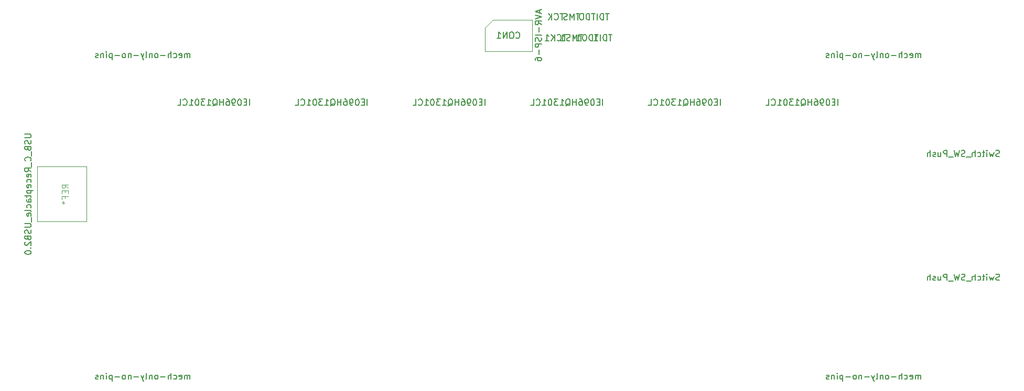
<source format=gbr>
G04 #@! TF.GenerationSoftware,KiCad,Pcbnew,5.1.7-a382d34a8~88~ubuntu20.04.1*
G04 #@! TF.CreationDate,2021-04-25T15:43:49-07:00*
G04 #@! TF.ProjectId,keypad-base,6b657970-6164-42d6-9261-73652e6b6963,Apr2021*
G04 #@! TF.SameCoordinates,Original*
G04 #@! TF.FileFunction,Other,Fab,Bot*
%FSLAX46Y46*%
G04 Gerber Fmt 4.6, Leading zero omitted, Abs format (unit mm)*
G04 Created by KiCad (PCBNEW 5.1.7-a382d34a8~88~ubuntu20.04.1) date 2021-04-25 15:43:49*
%MOMM*%
%LPD*%
G01*
G04 APERTURE LIST*
%ADD10C,0.120000*%
%ADD11C,0.100000*%
%ADD12C,0.150000*%
G04 APERTURE END LIST*
D10*
G04 #@! TO.C,J1*
X98425000Y-87370000D02*
X90475000Y-87370000D01*
X90475000Y-78430000D02*
X90475000Y-87370000D01*
X98425000Y-78430000D02*
X90475000Y-78430000D01*
X98425000Y-87370000D02*
X98425000Y-78430000D01*
D11*
G04 #@! TO.C,CON1*
X162730000Y-56000000D02*
X162730000Y-59810000D01*
X162730000Y-59810000D02*
X170350000Y-59810000D01*
X170350000Y-59810000D02*
X170350000Y-54730000D01*
X170350000Y-54730000D02*
X164000000Y-54730000D01*
X164000000Y-54730000D02*
X162730000Y-56000000D01*
G04 #@! TD*
G04 #@! TO.C,H5*
D12*
X115095238Y-112852380D02*
X115095238Y-112185714D01*
X115095238Y-112280952D02*
X115047619Y-112233333D01*
X114952380Y-112185714D01*
X114809523Y-112185714D01*
X114714285Y-112233333D01*
X114666666Y-112328571D01*
X114666666Y-112852380D01*
X114666666Y-112328571D02*
X114619047Y-112233333D01*
X114523809Y-112185714D01*
X114380952Y-112185714D01*
X114285714Y-112233333D01*
X114238095Y-112328571D01*
X114238095Y-112852380D01*
X113380952Y-112804761D02*
X113476190Y-112852380D01*
X113666666Y-112852380D01*
X113761904Y-112804761D01*
X113809523Y-112709523D01*
X113809523Y-112328571D01*
X113761904Y-112233333D01*
X113666666Y-112185714D01*
X113476190Y-112185714D01*
X113380952Y-112233333D01*
X113333333Y-112328571D01*
X113333333Y-112423809D01*
X113809523Y-112519047D01*
X112476190Y-112804761D02*
X112571428Y-112852380D01*
X112761904Y-112852380D01*
X112857142Y-112804761D01*
X112904761Y-112757142D01*
X112952380Y-112661904D01*
X112952380Y-112376190D01*
X112904761Y-112280952D01*
X112857142Y-112233333D01*
X112761904Y-112185714D01*
X112571428Y-112185714D01*
X112476190Y-112233333D01*
X112047619Y-112852380D02*
X112047619Y-111852380D01*
X111619047Y-112852380D02*
X111619047Y-112328571D01*
X111666666Y-112233333D01*
X111761904Y-112185714D01*
X111904761Y-112185714D01*
X112000000Y-112233333D01*
X112047619Y-112280952D01*
X111142857Y-112471428D02*
X110380952Y-112471428D01*
X109761904Y-112852380D02*
X109857142Y-112804761D01*
X109904761Y-112757142D01*
X109952380Y-112661904D01*
X109952380Y-112376190D01*
X109904761Y-112280952D01*
X109857142Y-112233333D01*
X109761904Y-112185714D01*
X109619047Y-112185714D01*
X109523809Y-112233333D01*
X109476190Y-112280952D01*
X109428571Y-112376190D01*
X109428571Y-112661904D01*
X109476190Y-112757142D01*
X109523809Y-112804761D01*
X109619047Y-112852380D01*
X109761904Y-112852380D01*
X109000000Y-112185714D02*
X109000000Y-112852380D01*
X109000000Y-112280952D02*
X108952380Y-112233333D01*
X108857142Y-112185714D01*
X108714285Y-112185714D01*
X108619047Y-112233333D01*
X108571428Y-112328571D01*
X108571428Y-112852380D01*
X107952380Y-112852380D02*
X108047619Y-112804761D01*
X108095238Y-112709523D01*
X108095238Y-111852380D01*
X107666666Y-112185714D02*
X107428571Y-112852380D01*
X107190476Y-112185714D02*
X107428571Y-112852380D01*
X107523809Y-113090476D01*
X107571428Y-113138095D01*
X107666666Y-113185714D01*
X106809523Y-112471428D02*
X106047619Y-112471428D01*
X105571428Y-112185714D02*
X105571428Y-112852380D01*
X105571428Y-112280952D02*
X105523809Y-112233333D01*
X105428571Y-112185714D01*
X105285714Y-112185714D01*
X105190476Y-112233333D01*
X105142857Y-112328571D01*
X105142857Y-112852380D01*
X104523809Y-112852380D02*
X104619047Y-112804761D01*
X104666666Y-112757142D01*
X104714285Y-112661904D01*
X104714285Y-112376190D01*
X104666666Y-112280952D01*
X104619047Y-112233333D01*
X104523809Y-112185714D01*
X104380952Y-112185714D01*
X104285714Y-112233333D01*
X104238095Y-112280952D01*
X104190476Y-112376190D01*
X104190476Y-112661904D01*
X104238095Y-112757142D01*
X104285714Y-112804761D01*
X104380952Y-112852380D01*
X104523809Y-112852380D01*
X103761904Y-112471428D02*
X103000000Y-112471428D01*
X102523809Y-112185714D02*
X102523809Y-113185714D01*
X102523809Y-112233333D02*
X102428571Y-112185714D01*
X102238095Y-112185714D01*
X102142857Y-112233333D01*
X102095238Y-112280952D01*
X102047619Y-112376190D01*
X102047619Y-112661904D01*
X102095238Y-112757142D01*
X102142857Y-112804761D01*
X102238095Y-112852380D01*
X102428571Y-112852380D01*
X102523809Y-112804761D01*
X101619047Y-112852380D02*
X101619047Y-112185714D01*
X101619047Y-111852380D02*
X101666666Y-111900000D01*
X101619047Y-111947619D01*
X101571428Y-111900000D01*
X101619047Y-111852380D01*
X101619047Y-111947619D01*
X101142857Y-112185714D02*
X101142857Y-112852380D01*
X101142857Y-112280952D02*
X101095238Y-112233333D01*
X101000000Y-112185714D01*
X100857142Y-112185714D01*
X100761904Y-112233333D01*
X100714285Y-112328571D01*
X100714285Y-112852380D01*
X100285714Y-112804761D02*
X100190476Y-112852380D01*
X100000000Y-112852380D01*
X99904761Y-112804761D01*
X99857142Y-112709523D01*
X99857142Y-112661904D01*
X99904761Y-112566666D01*
X100000000Y-112519047D01*
X100142857Y-112519047D01*
X100238095Y-112471428D01*
X100285714Y-112376190D01*
X100285714Y-112328571D01*
X100238095Y-112233333D01*
X100142857Y-112185714D01*
X100000000Y-112185714D01*
X99904761Y-112233333D01*
G04 #@! TO.C,H4*
X115095238Y-60852380D02*
X115095238Y-60185714D01*
X115095238Y-60280952D02*
X115047619Y-60233333D01*
X114952380Y-60185714D01*
X114809523Y-60185714D01*
X114714285Y-60233333D01*
X114666666Y-60328571D01*
X114666666Y-60852380D01*
X114666666Y-60328571D02*
X114619047Y-60233333D01*
X114523809Y-60185714D01*
X114380952Y-60185714D01*
X114285714Y-60233333D01*
X114238095Y-60328571D01*
X114238095Y-60852380D01*
X113380952Y-60804761D02*
X113476190Y-60852380D01*
X113666666Y-60852380D01*
X113761904Y-60804761D01*
X113809523Y-60709523D01*
X113809523Y-60328571D01*
X113761904Y-60233333D01*
X113666666Y-60185714D01*
X113476190Y-60185714D01*
X113380952Y-60233333D01*
X113333333Y-60328571D01*
X113333333Y-60423809D01*
X113809523Y-60519047D01*
X112476190Y-60804761D02*
X112571428Y-60852380D01*
X112761904Y-60852380D01*
X112857142Y-60804761D01*
X112904761Y-60757142D01*
X112952380Y-60661904D01*
X112952380Y-60376190D01*
X112904761Y-60280952D01*
X112857142Y-60233333D01*
X112761904Y-60185714D01*
X112571428Y-60185714D01*
X112476190Y-60233333D01*
X112047619Y-60852380D02*
X112047619Y-59852380D01*
X111619047Y-60852380D02*
X111619047Y-60328571D01*
X111666666Y-60233333D01*
X111761904Y-60185714D01*
X111904761Y-60185714D01*
X112000000Y-60233333D01*
X112047619Y-60280952D01*
X111142857Y-60471428D02*
X110380952Y-60471428D01*
X109761904Y-60852380D02*
X109857142Y-60804761D01*
X109904761Y-60757142D01*
X109952380Y-60661904D01*
X109952380Y-60376190D01*
X109904761Y-60280952D01*
X109857142Y-60233333D01*
X109761904Y-60185714D01*
X109619047Y-60185714D01*
X109523809Y-60233333D01*
X109476190Y-60280952D01*
X109428571Y-60376190D01*
X109428571Y-60661904D01*
X109476190Y-60757142D01*
X109523809Y-60804761D01*
X109619047Y-60852380D01*
X109761904Y-60852380D01*
X109000000Y-60185714D02*
X109000000Y-60852380D01*
X109000000Y-60280952D02*
X108952380Y-60233333D01*
X108857142Y-60185714D01*
X108714285Y-60185714D01*
X108619047Y-60233333D01*
X108571428Y-60328571D01*
X108571428Y-60852380D01*
X107952380Y-60852380D02*
X108047619Y-60804761D01*
X108095238Y-60709523D01*
X108095238Y-59852380D01*
X107666666Y-60185714D02*
X107428571Y-60852380D01*
X107190476Y-60185714D02*
X107428571Y-60852380D01*
X107523809Y-61090476D01*
X107571428Y-61138095D01*
X107666666Y-61185714D01*
X106809523Y-60471428D02*
X106047619Y-60471428D01*
X105571428Y-60185714D02*
X105571428Y-60852380D01*
X105571428Y-60280952D02*
X105523809Y-60233333D01*
X105428571Y-60185714D01*
X105285714Y-60185714D01*
X105190476Y-60233333D01*
X105142857Y-60328571D01*
X105142857Y-60852380D01*
X104523809Y-60852380D02*
X104619047Y-60804761D01*
X104666666Y-60757142D01*
X104714285Y-60661904D01*
X104714285Y-60376190D01*
X104666666Y-60280952D01*
X104619047Y-60233333D01*
X104523809Y-60185714D01*
X104380952Y-60185714D01*
X104285714Y-60233333D01*
X104238095Y-60280952D01*
X104190476Y-60376190D01*
X104190476Y-60661904D01*
X104238095Y-60757142D01*
X104285714Y-60804761D01*
X104380952Y-60852380D01*
X104523809Y-60852380D01*
X103761904Y-60471428D02*
X103000000Y-60471428D01*
X102523809Y-60185714D02*
X102523809Y-61185714D01*
X102523809Y-60233333D02*
X102428571Y-60185714D01*
X102238095Y-60185714D01*
X102142857Y-60233333D01*
X102095238Y-60280952D01*
X102047619Y-60376190D01*
X102047619Y-60661904D01*
X102095238Y-60757142D01*
X102142857Y-60804761D01*
X102238095Y-60852380D01*
X102428571Y-60852380D01*
X102523809Y-60804761D01*
X101619047Y-60852380D02*
X101619047Y-60185714D01*
X101619047Y-59852380D02*
X101666666Y-59900000D01*
X101619047Y-59947619D01*
X101571428Y-59900000D01*
X101619047Y-59852380D01*
X101619047Y-59947619D01*
X101142857Y-60185714D02*
X101142857Y-60852380D01*
X101142857Y-60280952D02*
X101095238Y-60233333D01*
X101000000Y-60185714D01*
X100857142Y-60185714D01*
X100761904Y-60233333D01*
X100714285Y-60328571D01*
X100714285Y-60852380D01*
X100285714Y-60804761D02*
X100190476Y-60852380D01*
X100000000Y-60852380D01*
X99904761Y-60804761D01*
X99857142Y-60709523D01*
X99857142Y-60661904D01*
X99904761Y-60566666D01*
X100000000Y-60519047D01*
X100142857Y-60519047D01*
X100238095Y-60471428D01*
X100285714Y-60376190D01*
X100285714Y-60328571D01*
X100238095Y-60233333D01*
X100142857Y-60185714D01*
X100000000Y-60185714D01*
X99904761Y-60233333D01*
G04 #@! TO.C,H3*
X233095238Y-60852380D02*
X233095238Y-60185714D01*
X233095238Y-60280952D02*
X233047619Y-60233333D01*
X232952380Y-60185714D01*
X232809523Y-60185714D01*
X232714285Y-60233333D01*
X232666666Y-60328571D01*
X232666666Y-60852380D01*
X232666666Y-60328571D02*
X232619047Y-60233333D01*
X232523809Y-60185714D01*
X232380952Y-60185714D01*
X232285714Y-60233333D01*
X232238095Y-60328571D01*
X232238095Y-60852380D01*
X231380952Y-60804761D02*
X231476190Y-60852380D01*
X231666666Y-60852380D01*
X231761904Y-60804761D01*
X231809523Y-60709523D01*
X231809523Y-60328571D01*
X231761904Y-60233333D01*
X231666666Y-60185714D01*
X231476190Y-60185714D01*
X231380952Y-60233333D01*
X231333333Y-60328571D01*
X231333333Y-60423809D01*
X231809523Y-60519047D01*
X230476190Y-60804761D02*
X230571428Y-60852380D01*
X230761904Y-60852380D01*
X230857142Y-60804761D01*
X230904761Y-60757142D01*
X230952380Y-60661904D01*
X230952380Y-60376190D01*
X230904761Y-60280952D01*
X230857142Y-60233333D01*
X230761904Y-60185714D01*
X230571428Y-60185714D01*
X230476190Y-60233333D01*
X230047619Y-60852380D02*
X230047619Y-59852380D01*
X229619047Y-60852380D02*
X229619047Y-60328571D01*
X229666666Y-60233333D01*
X229761904Y-60185714D01*
X229904761Y-60185714D01*
X230000000Y-60233333D01*
X230047619Y-60280952D01*
X229142857Y-60471428D02*
X228380952Y-60471428D01*
X227761904Y-60852380D02*
X227857142Y-60804761D01*
X227904761Y-60757142D01*
X227952380Y-60661904D01*
X227952380Y-60376190D01*
X227904761Y-60280952D01*
X227857142Y-60233333D01*
X227761904Y-60185714D01*
X227619047Y-60185714D01*
X227523809Y-60233333D01*
X227476190Y-60280952D01*
X227428571Y-60376190D01*
X227428571Y-60661904D01*
X227476190Y-60757142D01*
X227523809Y-60804761D01*
X227619047Y-60852380D01*
X227761904Y-60852380D01*
X227000000Y-60185714D02*
X227000000Y-60852380D01*
X227000000Y-60280952D02*
X226952380Y-60233333D01*
X226857142Y-60185714D01*
X226714285Y-60185714D01*
X226619047Y-60233333D01*
X226571428Y-60328571D01*
X226571428Y-60852380D01*
X225952380Y-60852380D02*
X226047619Y-60804761D01*
X226095238Y-60709523D01*
X226095238Y-59852380D01*
X225666666Y-60185714D02*
X225428571Y-60852380D01*
X225190476Y-60185714D02*
X225428571Y-60852380D01*
X225523809Y-61090476D01*
X225571428Y-61138095D01*
X225666666Y-61185714D01*
X224809523Y-60471428D02*
X224047619Y-60471428D01*
X223571428Y-60185714D02*
X223571428Y-60852380D01*
X223571428Y-60280952D02*
X223523809Y-60233333D01*
X223428571Y-60185714D01*
X223285714Y-60185714D01*
X223190476Y-60233333D01*
X223142857Y-60328571D01*
X223142857Y-60852380D01*
X222523809Y-60852380D02*
X222619047Y-60804761D01*
X222666666Y-60757142D01*
X222714285Y-60661904D01*
X222714285Y-60376190D01*
X222666666Y-60280952D01*
X222619047Y-60233333D01*
X222523809Y-60185714D01*
X222380952Y-60185714D01*
X222285714Y-60233333D01*
X222238095Y-60280952D01*
X222190476Y-60376190D01*
X222190476Y-60661904D01*
X222238095Y-60757142D01*
X222285714Y-60804761D01*
X222380952Y-60852380D01*
X222523809Y-60852380D01*
X221761904Y-60471428D02*
X221000000Y-60471428D01*
X220523809Y-60185714D02*
X220523809Y-61185714D01*
X220523809Y-60233333D02*
X220428571Y-60185714D01*
X220238095Y-60185714D01*
X220142857Y-60233333D01*
X220095238Y-60280952D01*
X220047619Y-60376190D01*
X220047619Y-60661904D01*
X220095238Y-60757142D01*
X220142857Y-60804761D01*
X220238095Y-60852380D01*
X220428571Y-60852380D01*
X220523809Y-60804761D01*
X219619047Y-60852380D02*
X219619047Y-60185714D01*
X219619047Y-59852380D02*
X219666666Y-59900000D01*
X219619047Y-59947619D01*
X219571428Y-59900000D01*
X219619047Y-59852380D01*
X219619047Y-59947619D01*
X219142857Y-60185714D02*
X219142857Y-60852380D01*
X219142857Y-60280952D02*
X219095238Y-60233333D01*
X219000000Y-60185714D01*
X218857142Y-60185714D01*
X218761904Y-60233333D01*
X218714285Y-60328571D01*
X218714285Y-60852380D01*
X218285714Y-60804761D02*
X218190476Y-60852380D01*
X218000000Y-60852380D01*
X217904761Y-60804761D01*
X217857142Y-60709523D01*
X217857142Y-60661904D01*
X217904761Y-60566666D01*
X218000000Y-60519047D01*
X218142857Y-60519047D01*
X218238095Y-60471428D01*
X218285714Y-60376190D01*
X218285714Y-60328571D01*
X218238095Y-60233333D01*
X218142857Y-60185714D01*
X218000000Y-60185714D01*
X217904761Y-60233333D01*
G04 #@! TO.C,H2*
X233095238Y-112852380D02*
X233095238Y-112185714D01*
X233095238Y-112280952D02*
X233047619Y-112233333D01*
X232952380Y-112185714D01*
X232809523Y-112185714D01*
X232714285Y-112233333D01*
X232666666Y-112328571D01*
X232666666Y-112852380D01*
X232666666Y-112328571D02*
X232619047Y-112233333D01*
X232523809Y-112185714D01*
X232380952Y-112185714D01*
X232285714Y-112233333D01*
X232238095Y-112328571D01*
X232238095Y-112852380D01*
X231380952Y-112804761D02*
X231476190Y-112852380D01*
X231666666Y-112852380D01*
X231761904Y-112804761D01*
X231809523Y-112709523D01*
X231809523Y-112328571D01*
X231761904Y-112233333D01*
X231666666Y-112185714D01*
X231476190Y-112185714D01*
X231380952Y-112233333D01*
X231333333Y-112328571D01*
X231333333Y-112423809D01*
X231809523Y-112519047D01*
X230476190Y-112804761D02*
X230571428Y-112852380D01*
X230761904Y-112852380D01*
X230857142Y-112804761D01*
X230904761Y-112757142D01*
X230952380Y-112661904D01*
X230952380Y-112376190D01*
X230904761Y-112280952D01*
X230857142Y-112233333D01*
X230761904Y-112185714D01*
X230571428Y-112185714D01*
X230476190Y-112233333D01*
X230047619Y-112852380D02*
X230047619Y-111852380D01*
X229619047Y-112852380D02*
X229619047Y-112328571D01*
X229666666Y-112233333D01*
X229761904Y-112185714D01*
X229904761Y-112185714D01*
X230000000Y-112233333D01*
X230047619Y-112280952D01*
X229142857Y-112471428D02*
X228380952Y-112471428D01*
X227761904Y-112852380D02*
X227857142Y-112804761D01*
X227904761Y-112757142D01*
X227952380Y-112661904D01*
X227952380Y-112376190D01*
X227904761Y-112280952D01*
X227857142Y-112233333D01*
X227761904Y-112185714D01*
X227619047Y-112185714D01*
X227523809Y-112233333D01*
X227476190Y-112280952D01*
X227428571Y-112376190D01*
X227428571Y-112661904D01*
X227476190Y-112757142D01*
X227523809Y-112804761D01*
X227619047Y-112852380D01*
X227761904Y-112852380D01*
X227000000Y-112185714D02*
X227000000Y-112852380D01*
X227000000Y-112280952D02*
X226952380Y-112233333D01*
X226857142Y-112185714D01*
X226714285Y-112185714D01*
X226619047Y-112233333D01*
X226571428Y-112328571D01*
X226571428Y-112852380D01*
X225952380Y-112852380D02*
X226047619Y-112804761D01*
X226095238Y-112709523D01*
X226095238Y-111852380D01*
X225666666Y-112185714D02*
X225428571Y-112852380D01*
X225190476Y-112185714D02*
X225428571Y-112852380D01*
X225523809Y-113090476D01*
X225571428Y-113138095D01*
X225666666Y-113185714D01*
X224809523Y-112471428D02*
X224047619Y-112471428D01*
X223571428Y-112185714D02*
X223571428Y-112852380D01*
X223571428Y-112280952D02*
X223523809Y-112233333D01*
X223428571Y-112185714D01*
X223285714Y-112185714D01*
X223190476Y-112233333D01*
X223142857Y-112328571D01*
X223142857Y-112852380D01*
X222523809Y-112852380D02*
X222619047Y-112804761D01*
X222666666Y-112757142D01*
X222714285Y-112661904D01*
X222714285Y-112376190D01*
X222666666Y-112280952D01*
X222619047Y-112233333D01*
X222523809Y-112185714D01*
X222380952Y-112185714D01*
X222285714Y-112233333D01*
X222238095Y-112280952D01*
X222190476Y-112376190D01*
X222190476Y-112661904D01*
X222238095Y-112757142D01*
X222285714Y-112804761D01*
X222380952Y-112852380D01*
X222523809Y-112852380D01*
X221761904Y-112471428D02*
X221000000Y-112471428D01*
X220523809Y-112185714D02*
X220523809Y-113185714D01*
X220523809Y-112233333D02*
X220428571Y-112185714D01*
X220238095Y-112185714D01*
X220142857Y-112233333D01*
X220095238Y-112280952D01*
X220047619Y-112376190D01*
X220047619Y-112661904D01*
X220095238Y-112757142D01*
X220142857Y-112804761D01*
X220238095Y-112852380D01*
X220428571Y-112852380D01*
X220523809Y-112804761D01*
X219619047Y-112852380D02*
X219619047Y-112185714D01*
X219619047Y-111852380D02*
X219666666Y-111900000D01*
X219619047Y-111947619D01*
X219571428Y-111900000D01*
X219619047Y-111852380D01*
X219619047Y-111947619D01*
X219142857Y-112185714D02*
X219142857Y-112852380D01*
X219142857Y-112280952D02*
X219095238Y-112233333D01*
X219000000Y-112185714D01*
X218857142Y-112185714D01*
X218761904Y-112233333D01*
X218714285Y-112328571D01*
X218714285Y-112852380D01*
X218285714Y-112804761D02*
X218190476Y-112852380D01*
X218000000Y-112852380D01*
X217904761Y-112804761D01*
X217857142Y-112709523D01*
X217857142Y-112661904D01*
X217904761Y-112566666D01*
X218000000Y-112519047D01*
X218142857Y-112519047D01*
X218238095Y-112471428D01*
X218285714Y-112376190D01*
X218285714Y-112328571D01*
X218238095Y-112233333D01*
X218142857Y-112185714D01*
X218000000Y-112185714D01*
X217904761Y-112233333D01*
G04 #@! TO.C,SW8*
X245833333Y-96804761D02*
X245690476Y-96852380D01*
X245452380Y-96852380D01*
X245357142Y-96804761D01*
X245309523Y-96757142D01*
X245261904Y-96661904D01*
X245261904Y-96566666D01*
X245309523Y-96471428D01*
X245357142Y-96423809D01*
X245452380Y-96376190D01*
X245642857Y-96328571D01*
X245738095Y-96280952D01*
X245785714Y-96233333D01*
X245833333Y-96138095D01*
X245833333Y-96042857D01*
X245785714Y-95947619D01*
X245738095Y-95900000D01*
X245642857Y-95852380D01*
X245404761Y-95852380D01*
X245261904Y-95900000D01*
X244928571Y-96185714D02*
X244738095Y-96852380D01*
X244547619Y-96376190D01*
X244357142Y-96852380D01*
X244166666Y-96185714D01*
X243785714Y-96852380D02*
X243785714Y-96185714D01*
X243785714Y-95852380D02*
X243833333Y-95900000D01*
X243785714Y-95947619D01*
X243738095Y-95900000D01*
X243785714Y-95852380D01*
X243785714Y-95947619D01*
X243452380Y-96185714D02*
X243071428Y-96185714D01*
X243309523Y-95852380D02*
X243309523Y-96709523D01*
X243261904Y-96804761D01*
X243166666Y-96852380D01*
X243071428Y-96852380D01*
X242309523Y-96804761D02*
X242404761Y-96852380D01*
X242595238Y-96852380D01*
X242690476Y-96804761D01*
X242738095Y-96757142D01*
X242785714Y-96661904D01*
X242785714Y-96376190D01*
X242738095Y-96280952D01*
X242690476Y-96233333D01*
X242595238Y-96185714D01*
X242404761Y-96185714D01*
X242309523Y-96233333D01*
X241880952Y-96852380D02*
X241880952Y-95852380D01*
X241452380Y-96852380D02*
X241452380Y-96328571D01*
X241500000Y-96233333D01*
X241595238Y-96185714D01*
X241738095Y-96185714D01*
X241833333Y-96233333D01*
X241880952Y-96280952D01*
X241214285Y-96947619D02*
X240452380Y-96947619D01*
X240261904Y-96804761D02*
X240119047Y-96852380D01*
X239880952Y-96852380D01*
X239785714Y-96804761D01*
X239738095Y-96757142D01*
X239690476Y-96661904D01*
X239690476Y-96566666D01*
X239738095Y-96471428D01*
X239785714Y-96423809D01*
X239880952Y-96376190D01*
X240071428Y-96328571D01*
X240166666Y-96280952D01*
X240214285Y-96233333D01*
X240261904Y-96138095D01*
X240261904Y-96042857D01*
X240214285Y-95947619D01*
X240166666Y-95900000D01*
X240071428Y-95852380D01*
X239833333Y-95852380D01*
X239690476Y-95900000D01*
X239357142Y-95852380D02*
X239119047Y-96852380D01*
X238928571Y-96138095D01*
X238738095Y-96852380D01*
X238500000Y-95852380D01*
X238357142Y-96947619D02*
X237595238Y-96947619D01*
X237357142Y-96852380D02*
X237357142Y-95852380D01*
X236976190Y-95852380D01*
X236880952Y-95900000D01*
X236833333Y-95947619D01*
X236785714Y-96042857D01*
X236785714Y-96185714D01*
X236833333Y-96280952D01*
X236880952Y-96328571D01*
X236976190Y-96376190D01*
X237357142Y-96376190D01*
X235928571Y-96185714D02*
X235928571Y-96852380D01*
X236357142Y-96185714D02*
X236357142Y-96709523D01*
X236309523Y-96804761D01*
X236214285Y-96852380D01*
X236071428Y-96852380D01*
X235976190Y-96804761D01*
X235928571Y-96757142D01*
X235500000Y-96804761D02*
X235404761Y-96852380D01*
X235214285Y-96852380D01*
X235119047Y-96804761D01*
X235071428Y-96709523D01*
X235071428Y-96661904D01*
X235119047Y-96566666D01*
X235214285Y-96519047D01*
X235357142Y-96519047D01*
X235452380Y-96471428D01*
X235500000Y-96376190D01*
X235500000Y-96328571D01*
X235452380Y-96233333D01*
X235357142Y-96185714D01*
X235214285Y-96185714D01*
X235119047Y-96233333D01*
X234642857Y-96852380D02*
X234642857Y-95852380D01*
X234214285Y-96852380D02*
X234214285Y-96328571D01*
X234261904Y-96233333D01*
X234357142Y-96185714D01*
X234500000Y-96185714D01*
X234595238Y-96233333D01*
X234642857Y-96280952D01*
G04 #@! TO.C,SW1*
X245833333Y-76804761D02*
X245690476Y-76852380D01*
X245452380Y-76852380D01*
X245357142Y-76804761D01*
X245309523Y-76757142D01*
X245261904Y-76661904D01*
X245261904Y-76566666D01*
X245309523Y-76471428D01*
X245357142Y-76423809D01*
X245452380Y-76376190D01*
X245642857Y-76328571D01*
X245738095Y-76280952D01*
X245785714Y-76233333D01*
X245833333Y-76138095D01*
X245833333Y-76042857D01*
X245785714Y-75947619D01*
X245738095Y-75900000D01*
X245642857Y-75852380D01*
X245404761Y-75852380D01*
X245261904Y-75900000D01*
X244928571Y-76185714D02*
X244738095Y-76852380D01*
X244547619Y-76376190D01*
X244357142Y-76852380D01*
X244166666Y-76185714D01*
X243785714Y-76852380D02*
X243785714Y-76185714D01*
X243785714Y-75852380D02*
X243833333Y-75900000D01*
X243785714Y-75947619D01*
X243738095Y-75900000D01*
X243785714Y-75852380D01*
X243785714Y-75947619D01*
X243452380Y-76185714D02*
X243071428Y-76185714D01*
X243309523Y-75852380D02*
X243309523Y-76709523D01*
X243261904Y-76804761D01*
X243166666Y-76852380D01*
X243071428Y-76852380D01*
X242309523Y-76804761D02*
X242404761Y-76852380D01*
X242595238Y-76852380D01*
X242690476Y-76804761D01*
X242738095Y-76757142D01*
X242785714Y-76661904D01*
X242785714Y-76376190D01*
X242738095Y-76280952D01*
X242690476Y-76233333D01*
X242595238Y-76185714D01*
X242404761Y-76185714D01*
X242309523Y-76233333D01*
X241880952Y-76852380D02*
X241880952Y-75852380D01*
X241452380Y-76852380D02*
X241452380Y-76328571D01*
X241500000Y-76233333D01*
X241595238Y-76185714D01*
X241738095Y-76185714D01*
X241833333Y-76233333D01*
X241880952Y-76280952D01*
X241214285Y-76947619D02*
X240452380Y-76947619D01*
X240261904Y-76804761D02*
X240119047Y-76852380D01*
X239880952Y-76852380D01*
X239785714Y-76804761D01*
X239738095Y-76757142D01*
X239690476Y-76661904D01*
X239690476Y-76566666D01*
X239738095Y-76471428D01*
X239785714Y-76423809D01*
X239880952Y-76376190D01*
X240071428Y-76328571D01*
X240166666Y-76280952D01*
X240214285Y-76233333D01*
X240261904Y-76138095D01*
X240261904Y-76042857D01*
X240214285Y-75947619D01*
X240166666Y-75900000D01*
X240071428Y-75852380D01*
X239833333Y-75852380D01*
X239690476Y-75900000D01*
X239357142Y-75852380D02*
X239119047Y-76852380D01*
X238928571Y-76138095D01*
X238738095Y-76852380D01*
X238500000Y-75852380D01*
X238357142Y-76947619D02*
X237595238Y-76947619D01*
X237357142Y-76852380D02*
X237357142Y-75852380D01*
X236976190Y-75852380D01*
X236880952Y-75900000D01*
X236833333Y-75947619D01*
X236785714Y-76042857D01*
X236785714Y-76185714D01*
X236833333Y-76280952D01*
X236880952Y-76328571D01*
X236976190Y-76376190D01*
X237357142Y-76376190D01*
X235928571Y-76185714D02*
X235928571Y-76852380D01*
X236357142Y-76185714D02*
X236357142Y-76709523D01*
X236309523Y-76804761D01*
X236214285Y-76852380D01*
X236071428Y-76852380D01*
X235976190Y-76804761D01*
X235928571Y-76757142D01*
X235500000Y-76804761D02*
X235404761Y-76852380D01*
X235214285Y-76852380D01*
X235119047Y-76804761D01*
X235071428Y-76709523D01*
X235071428Y-76661904D01*
X235119047Y-76566666D01*
X235214285Y-76519047D01*
X235357142Y-76519047D01*
X235452380Y-76471428D01*
X235500000Y-76376190D01*
X235500000Y-76328571D01*
X235452380Y-76233333D01*
X235357142Y-76185714D01*
X235214285Y-76185714D01*
X235119047Y-76233333D01*
X234642857Y-76852380D02*
X234642857Y-75852380D01*
X234214285Y-76852380D02*
X234214285Y-76328571D01*
X234261904Y-76233333D01*
X234357142Y-76185714D01*
X234500000Y-76185714D01*
X234595238Y-76233333D01*
X234642857Y-76280952D01*
G04 #@! TO.C,J1*
X88452380Y-73209523D02*
X89261904Y-73209523D01*
X89357142Y-73257142D01*
X89404761Y-73304761D01*
X89452380Y-73400000D01*
X89452380Y-73590476D01*
X89404761Y-73685714D01*
X89357142Y-73733333D01*
X89261904Y-73780952D01*
X88452380Y-73780952D01*
X89404761Y-74209523D02*
X89452380Y-74352380D01*
X89452380Y-74590476D01*
X89404761Y-74685714D01*
X89357142Y-74733333D01*
X89261904Y-74780952D01*
X89166666Y-74780952D01*
X89071428Y-74733333D01*
X89023809Y-74685714D01*
X88976190Y-74590476D01*
X88928571Y-74400000D01*
X88880952Y-74304761D01*
X88833333Y-74257142D01*
X88738095Y-74209523D01*
X88642857Y-74209523D01*
X88547619Y-74257142D01*
X88500000Y-74304761D01*
X88452380Y-74400000D01*
X88452380Y-74638095D01*
X88500000Y-74780952D01*
X88928571Y-75542857D02*
X88976190Y-75685714D01*
X89023809Y-75733333D01*
X89119047Y-75780952D01*
X89261904Y-75780952D01*
X89357142Y-75733333D01*
X89404761Y-75685714D01*
X89452380Y-75590476D01*
X89452380Y-75209523D01*
X88452380Y-75209523D01*
X88452380Y-75542857D01*
X88500000Y-75638095D01*
X88547619Y-75685714D01*
X88642857Y-75733333D01*
X88738095Y-75733333D01*
X88833333Y-75685714D01*
X88880952Y-75638095D01*
X88928571Y-75542857D01*
X88928571Y-75209523D01*
X89547619Y-75971428D02*
X89547619Y-76733333D01*
X89357142Y-77542857D02*
X89404761Y-77495238D01*
X89452380Y-77352380D01*
X89452380Y-77257142D01*
X89404761Y-77114285D01*
X89309523Y-77019047D01*
X89214285Y-76971428D01*
X89023809Y-76923809D01*
X88880952Y-76923809D01*
X88690476Y-76971428D01*
X88595238Y-77019047D01*
X88500000Y-77114285D01*
X88452380Y-77257142D01*
X88452380Y-77352380D01*
X88500000Y-77495238D01*
X88547619Y-77542857D01*
X89547619Y-77733333D02*
X89547619Y-78495238D01*
X89452380Y-79304761D02*
X88976190Y-78971428D01*
X89452380Y-78733333D02*
X88452380Y-78733333D01*
X88452380Y-79114285D01*
X88500000Y-79209523D01*
X88547619Y-79257142D01*
X88642857Y-79304761D01*
X88785714Y-79304761D01*
X88880952Y-79257142D01*
X88928571Y-79209523D01*
X88976190Y-79114285D01*
X88976190Y-78733333D01*
X89404761Y-80114285D02*
X89452380Y-80019047D01*
X89452380Y-79828571D01*
X89404761Y-79733333D01*
X89309523Y-79685714D01*
X88928571Y-79685714D01*
X88833333Y-79733333D01*
X88785714Y-79828571D01*
X88785714Y-80019047D01*
X88833333Y-80114285D01*
X88928571Y-80161904D01*
X89023809Y-80161904D01*
X89119047Y-79685714D01*
X89404761Y-81019047D02*
X89452380Y-80923809D01*
X89452380Y-80733333D01*
X89404761Y-80638095D01*
X89357142Y-80590476D01*
X89261904Y-80542857D01*
X88976190Y-80542857D01*
X88880952Y-80590476D01*
X88833333Y-80638095D01*
X88785714Y-80733333D01*
X88785714Y-80923809D01*
X88833333Y-81019047D01*
X89404761Y-81828571D02*
X89452380Y-81733333D01*
X89452380Y-81542857D01*
X89404761Y-81447619D01*
X89309523Y-81400000D01*
X88928571Y-81400000D01*
X88833333Y-81447619D01*
X88785714Y-81542857D01*
X88785714Y-81733333D01*
X88833333Y-81828571D01*
X88928571Y-81876190D01*
X89023809Y-81876190D01*
X89119047Y-81400000D01*
X88785714Y-82304761D02*
X89785714Y-82304761D01*
X88833333Y-82304761D02*
X88785714Y-82400000D01*
X88785714Y-82590476D01*
X88833333Y-82685714D01*
X88880952Y-82733333D01*
X88976190Y-82780952D01*
X89261904Y-82780952D01*
X89357142Y-82733333D01*
X89404761Y-82685714D01*
X89452380Y-82590476D01*
X89452380Y-82400000D01*
X89404761Y-82304761D01*
X88785714Y-83066666D02*
X88785714Y-83447619D01*
X88452380Y-83209523D02*
X89309523Y-83209523D01*
X89404761Y-83257142D01*
X89452380Y-83352380D01*
X89452380Y-83447619D01*
X89452380Y-84209523D02*
X88928571Y-84209523D01*
X88833333Y-84161904D01*
X88785714Y-84066666D01*
X88785714Y-83876190D01*
X88833333Y-83780952D01*
X89404761Y-84209523D02*
X89452380Y-84114285D01*
X89452380Y-83876190D01*
X89404761Y-83780952D01*
X89309523Y-83733333D01*
X89214285Y-83733333D01*
X89119047Y-83780952D01*
X89071428Y-83876190D01*
X89071428Y-84114285D01*
X89023809Y-84209523D01*
X89404761Y-85114285D02*
X89452380Y-85019047D01*
X89452380Y-84828571D01*
X89404761Y-84733333D01*
X89357142Y-84685714D01*
X89261904Y-84638095D01*
X88976190Y-84638095D01*
X88880952Y-84685714D01*
X88833333Y-84733333D01*
X88785714Y-84828571D01*
X88785714Y-85019047D01*
X88833333Y-85114285D01*
X89452380Y-85685714D02*
X89404761Y-85590476D01*
X89309523Y-85542857D01*
X88452380Y-85542857D01*
X89404761Y-86447619D02*
X89452380Y-86352380D01*
X89452380Y-86161904D01*
X89404761Y-86066666D01*
X89309523Y-86019047D01*
X88928571Y-86019047D01*
X88833333Y-86066666D01*
X88785714Y-86161904D01*
X88785714Y-86352380D01*
X88833333Y-86447619D01*
X88928571Y-86495238D01*
X89023809Y-86495238D01*
X89119047Y-86019047D01*
X89547619Y-86685714D02*
X89547619Y-87447619D01*
X88452380Y-87685714D02*
X89261904Y-87685714D01*
X89357142Y-87733333D01*
X89404761Y-87780952D01*
X89452380Y-87876190D01*
X89452380Y-88066666D01*
X89404761Y-88161904D01*
X89357142Y-88209523D01*
X89261904Y-88257142D01*
X88452380Y-88257142D01*
X89404761Y-88685714D02*
X89452380Y-88828571D01*
X89452380Y-89066666D01*
X89404761Y-89161904D01*
X89357142Y-89209523D01*
X89261904Y-89257142D01*
X89166666Y-89257142D01*
X89071428Y-89209523D01*
X89023809Y-89161904D01*
X88976190Y-89066666D01*
X88928571Y-88876190D01*
X88880952Y-88780952D01*
X88833333Y-88733333D01*
X88738095Y-88685714D01*
X88642857Y-88685714D01*
X88547619Y-88733333D01*
X88500000Y-88780952D01*
X88452380Y-88876190D01*
X88452380Y-89114285D01*
X88500000Y-89257142D01*
X88928571Y-90019047D02*
X88976190Y-90161904D01*
X89023809Y-90209523D01*
X89119047Y-90257142D01*
X89261904Y-90257142D01*
X89357142Y-90209523D01*
X89404761Y-90161904D01*
X89452380Y-90066666D01*
X89452380Y-89685714D01*
X88452380Y-89685714D01*
X88452380Y-90019047D01*
X88500000Y-90114285D01*
X88547619Y-90161904D01*
X88642857Y-90209523D01*
X88738095Y-90209523D01*
X88833333Y-90161904D01*
X88880952Y-90114285D01*
X88928571Y-90019047D01*
X88928571Y-89685714D01*
X88547619Y-90638095D02*
X88500000Y-90685714D01*
X88452380Y-90780952D01*
X88452380Y-91019047D01*
X88500000Y-91114285D01*
X88547619Y-91161904D01*
X88642857Y-91209523D01*
X88738095Y-91209523D01*
X88880952Y-91161904D01*
X89452380Y-90590476D01*
X89452380Y-91209523D01*
X89357142Y-91638095D02*
X89404761Y-91685714D01*
X89452380Y-91638095D01*
X89404761Y-91590476D01*
X89357142Y-91638095D01*
X89452380Y-91638095D01*
X88452380Y-92304761D02*
X88452380Y-92400000D01*
X88500000Y-92495238D01*
X88547619Y-92542857D01*
X88642857Y-92590476D01*
X88833333Y-92638095D01*
X89071428Y-92638095D01*
X89261904Y-92590476D01*
X89357142Y-92542857D01*
X89404761Y-92495238D01*
X89452380Y-92400000D01*
X89452380Y-92304761D01*
X89404761Y-92209523D01*
X89357142Y-92161904D01*
X89261904Y-92114285D01*
X89071428Y-92066666D01*
X88833333Y-92066666D01*
X88642857Y-92114285D01*
X88547619Y-92161904D01*
X88500000Y-92209523D01*
X88452380Y-92304761D01*
D11*
X95452380Y-81947619D02*
X94976190Y-81614285D01*
X95452380Y-81376190D02*
X94452380Y-81376190D01*
X94452380Y-81757142D01*
X94500000Y-81852380D01*
X94547619Y-81900000D01*
X94642857Y-81947619D01*
X94785714Y-81947619D01*
X94880952Y-81900000D01*
X94928571Y-81852380D01*
X94976190Y-81757142D01*
X94976190Y-81376190D01*
X94928571Y-82376190D02*
X94928571Y-82709523D01*
X95452380Y-82852380D02*
X95452380Y-82376190D01*
X94452380Y-82376190D01*
X94452380Y-82852380D01*
X94928571Y-83614285D02*
X94928571Y-83280952D01*
X95452380Y-83280952D02*
X94452380Y-83280952D01*
X94452380Y-83757142D01*
X94452380Y-84280952D02*
X94690476Y-84280952D01*
X94595238Y-84042857D02*
X94690476Y-84280952D01*
X94595238Y-84519047D01*
X94880952Y-84138095D02*
X94690476Y-84280952D01*
X94880952Y-84423809D01*
G04 #@! TO.C,U8*
D12*
X219738095Y-68558380D02*
X219738095Y-67558380D01*
X219261904Y-68034571D02*
X218928571Y-68034571D01*
X218785714Y-68558380D02*
X219261904Y-68558380D01*
X219261904Y-67558380D01*
X218785714Y-67558380D01*
X218166666Y-67558380D02*
X218071428Y-67558380D01*
X217976190Y-67606000D01*
X217928571Y-67653619D01*
X217880952Y-67748857D01*
X217833333Y-67939333D01*
X217833333Y-68177428D01*
X217880952Y-68367904D01*
X217928571Y-68463142D01*
X217976190Y-68510761D01*
X218071428Y-68558380D01*
X218166666Y-68558380D01*
X218261904Y-68510761D01*
X218309523Y-68463142D01*
X218357142Y-68367904D01*
X218404761Y-68177428D01*
X218404761Y-67939333D01*
X218357142Y-67748857D01*
X218309523Y-67653619D01*
X218261904Y-67606000D01*
X218166666Y-67558380D01*
X217357142Y-68558380D02*
X217166666Y-68558380D01*
X217071428Y-68510761D01*
X217023809Y-68463142D01*
X216928571Y-68320285D01*
X216880952Y-68129809D01*
X216880952Y-67748857D01*
X216928571Y-67653619D01*
X216976190Y-67606000D01*
X217071428Y-67558380D01*
X217261904Y-67558380D01*
X217357142Y-67606000D01*
X217404761Y-67653619D01*
X217452380Y-67748857D01*
X217452380Y-67986952D01*
X217404761Y-68082190D01*
X217357142Y-68129809D01*
X217261904Y-68177428D01*
X217071428Y-68177428D01*
X216976190Y-68129809D01*
X216928571Y-68082190D01*
X216880952Y-67986952D01*
X216023809Y-67558380D02*
X216214285Y-67558380D01*
X216309523Y-67606000D01*
X216357142Y-67653619D01*
X216452380Y-67796476D01*
X216500000Y-67986952D01*
X216500000Y-68367904D01*
X216452380Y-68463142D01*
X216404761Y-68510761D01*
X216309523Y-68558380D01*
X216119047Y-68558380D01*
X216023809Y-68510761D01*
X215976190Y-68463142D01*
X215928571Y-68367904D01*
X215928571Y-68129809D01*
X215976190Y-68034571D01*
X216023809Y-67986952D01*
X216119047Y-67939333D01*
X216309523Y-67939333D01*
X216404761Y-67986952D01*
X216452380Y-68034571D01*
X216500000Y-68129809D01*
X215500000Y-68558380D02*
X215500000Y-67558380D01*
X215500000Y-68034571D02*
X214928571Y-68034571D01*
X214928571Y-68558380D02*
X214928571Y-67558380D01*
X213785714Y-68653619D02*
X213880952Y-68606000D01*
X213976190Y-68510761D01*
X214119047Y-68367904D01*
X214214285Y-68320285D01*
X214309523Y-68320285D01*
X214261904Y-68558380D02*
X214357142Y-68510761D01*
X214452380Y-68415523D01*
X214500000Y-68225047D01*
X214500000Y-67891714D01*
X214452380Y-67701238D01*
X214357142Y-67606000D01*
X214261904Y-67558380D01*
X214071428Y-67558380D01*
X213976190Y-67606000D01*
X213880952Y-67701238D01*
X213833333Y-67891714D01*
X213833333Y-68225047D01*
X213880952Y-68415523D01*
X213976190Y-68510761D01*
X214071428Y-68558380D01*
X214261904Y-68558380D01*
X212880952Y-68558380D02*
X213452380Y-68558380D01*
X213166666Y-68558380D02*
X213166666Y-67558380D01*
X213261904Y-67701238D01*
X213357142Y-67796476D01*
X213452380Y-67844095D01*
X212547619Y-67558380D02*
X211928571Y-67558380D01*
X212261904Y-67939333D01*
X212119047Y-67939333D01*
X212023809Y-67986952D01*
X211976190Y-68034571D01*
X211928571Y-68129809D01*
X211928571Y-68367904D01*
X211976190Y-68463142D01*
X212023809Y-68510761D01*
X212119047Y-68558380D01*
X212404761Y-68558380D01*
X212500000Y-68510761D01*
X212547619Y-68463142D01*
X211309523Y-67558380D02*
X211214285Y-67558380D01*
X211119047Y-67606000D01*
X211071428Y-67653619D01*
X211023809Y-67748857D01*
X210976190Y-67939333D01*
X210976190Y-68177428D01*
X211023809Y-68367904D01*
X211071428Y-68463142D01*
X211119047Y-68510761D01*
X211214285Y-68558380D01*
X211309523Y-68558380D01*
X211404761Y-68510761D01*
X211452380Y-68463142D01*
X211500000Y-68367904D01*
X211547619Y-68177428D01*
X211547619Y-67939333D01*
X211500000Y-67748857D01*
X211452380Y-67653619D01*
X211404761Y-67606000D01*
X211309523Y-67558380D01*
X210023809Y-68558380D02*
X210595238Y-68558380D01*
X210309523Y-68558380D02*
X210309523Y-67558380D01*
X210404761Y-67701238D01*
X210500000Y-67796476D01*
X210595238Y-67844095D01*
X209023809Y-68463142D02*
X209071428Y-68510761D01*
X209214285Y-68558380D01*
X209309523Y-68558380D01*
X209452380Y-68510761D01*
X209547619Y-68415523D01*
X209595238Y-68320285D01*
X209642857Y-68129809D01*
X209642857Y-67986952D01*
X209595238Y-67796476D01*
X209547619Y-67701238D01*
X209452380Y-67606000D01*
X209309523Y-67558380D01*
X209214285Y-67558380D01*
X209071428Y-67606000D01*
X209023809Y-67653619D01*
X208119047Y-68558380D02*
X208595238Y-68558380D01*
X208595238Y-67558380D01*
G04 #@! TO.C,U7*
X200738095Y-68558380D02*
X200738095Y-67558380D01*
X200261904Y-68034571D02*
X199928571Y-68034571D01*
X199785714Y-68558380D02*
X200261904Y-68558380D01*
X200261904Y-67558380D01*
X199785714Y-67558380D01*
X199166666Y-67558380D02*
X199071428Y-67558380D01*
X198976190Y-67606000D01*
X198928571Y-67653619D01*
X198880952Y-67748857D01*
X198833333Y-67939333D01*
X198833333Y-68177428D01*
X198880952Y-68367904D01*
X198928571Y-68463142D01*
X198976190Y-68510761D01*
X199071428Y-68558380D01*
X199166666Y-68558380D01*
X199261904Y-68510761D01*
X199309523Y-68463142D01*
X199357142Y-68367904D01*
X199404761Y-68177428D01*
X199404761Y-67939333D01*
X199357142Y-67748857D01*
X199309523Y-67653619D01*
X199261904Y-67606000D01*
X199166666Y-67558380D01*
X198357142Y-68558380D02*
X198166666Y-68558380D01*
X198071428Y-68510761D01*
X198023809Y-68463142D01*
X197928571Y-68320285D01*
X197880952Y-68129809D01*
X197880952Y-67748857D01*
X197928571Y-67653619D01*
X197976190Y-67606000D01*
X198071428Y-67558380D01*
X198261904Y-67558380D01*
X198357142Y-67606000D01*
X198404761Y-67653619D01*
X198452380Y-67748857D01*
X198452380Y-67986952D01*
X198404761Y-68082190D01*
X198357142Y-68129809D01*
X198261904Y-68177428D01*
X198071428Y-68177428D01*
X197976190Y-68129809D01*
X197928571Y-68082190D01*
X197880952Y-67986952D01*
X197023809Y-67558380D02*
X197214285Y-67558380D01*
X197309523Y-67606000D01*
X197357142Y-67653619D01*
X197452380Y-67796476D01*
X197500000Y-67986952D01*
X197500000Y-68367904D01*
X197452380Y-68463142D01*
X197404761Y-68510761D01*
X197309523Y-68558380D01*
X197119047Y-68558380D01*
X197023809Y-68510761D01*
X196976190Y-68463142D01*
X196928571Y-68367904D01*
X196928571Y-68129809D01*
X196976190Y-68034571D01*
X197023809Y-67986952D01*
X197119047Y-67939333D01*
X197309523Y-67939333D01*
X197404761Y-67986952D01*
X197452380Y-68034571D01*
X197500000Y-68129809D01*
X196500000Y-68558380D02*
X196500000Y-67558380D01*
X196500000Y-68034571D02*
X195928571Y-68034571D01*
X195928571Y-68558380D02*
X195928571Y-67558380D01*
X194785714Y-68653619D02*
X194880952Y-68606000D01*
X194976190Y-68510761D01*
X195119047Y-68367904D01*
X195214285Y-68320285D01*
X195309523Y-68320285D01*
X195261904Y-68558380D02*
X195357142Y-68510761D01*
X195452380Y-68415523D01*
X195500000Y-68225047D01*
X195500000Y-67891714D01*
X195452380Y-67701238D01*
X195357142Y-67606000D01*
X195261904Y-67558380D01*
X195071428Y-67558380D01*
X194976190Y-67606000D01*
X194880952Y-67701238D01*
X194833333Y-67891714D01*
X194833333Y-68225047D01*
X194880952Y-68415523D01*
X194976190Y-68510761D01*
X195071428Y-68558380D01*
X195261904Y-68558380D01*
X193880952Y-68558380D02*
X194452380Y-68558380D01*
X194166666Y-68558380D02*
X194166666Y-67558380D01*
X194261904Y-67701238D01*
X194357142Y-67796476D01*
X194452380Y-67844095D01*
X193547619Y-67558380D02*
X192928571Y-67558380D01*
X193261904Y-67939333D01*
X193119047Y-67939333D01*
X193023809Y-67986952D01*
X192976190Y-68034571D01*
X192928571Y-68129809D01*
X192928571Y-68367904D01*
X192976190Y-68463142D01*
X193023809Y-68510761D01*
X193119047Y-68558380D01*
X193404761Y-68558380D01*
X193500000Y-68510761D01*
X193547619Y-68463142D01*
X192309523Y-67558380D02*
X192214285Y-67558380D01*
X192119047Y-67606000D01*
X192071428Y-67653619D01*
X192023809Y-67748857D01*
X191976190Y-67939333D01*
X191976190Y-68177428D01*
X192023809Y-68367904D01*
X192071428Y-68463142D01*
X192119047Y-68510761D01*
X192214285Y-68558380D01*
X192309523Y-68558380D01*
X192404761Y-68510761D01*
X192452380Y-68463142D01*
X192500000Y-68367904D01*
X192547619Y-68177428D01*
X192547619Y-67939333D01*
X192500000Y-67748857D01*
X192452380Y-67653619D01*
X192404761Y-67606000D01*
X192309523Y-67558380D01*
X191023809Y-68558380D02*
X191595238Y-68558380D01*
X191309523Y-68558380D02*
X191309523Y-67558380D01*
X191404761Y-67701238D01*
X191500000Y-67796476D01*
X191595238Y-67844095D01*
X190023809Y-68463142D02*
X190071428Y-68510761D01*
X190214285Y-68558380D01*
X190309523Y-68558380D01*
X190452380Y-68510761D01*
X190547619Y-68415523D01*
X190595238Y-68320285D01*
X190642857Y-68129809D01*
X190642857Y-67986952D01*
X190595238Y-67796476D01*
X190547619Y-67701238D01*
X190452380Y-67606000D01*
X190309523Y-67558380D01*
X190214285Y-67558380D01*
X190071428Y-67606000D01*
X190023809Y-67653619D01*
X189119047Y-68558380D02*
X189595238Y-68558380D01*
X189595238Y-67558380D01*
G04 #@! TO.C,U6*
X181738095Y-68558380D02*
X181738095Y-67558380D01*
X181261904Y-68034571D02*
X180928571Y-68034571D01*
X180785714Y-68558380D02*
X181261904Y-68558380D01*
X181261904Y-67558380D01*
X180785714Y-67558380D01*
X180166666Y-67558380D02*
X180071428Y-67558380D01*
X179976190Y-67606000D01*
X179928571Y-67653619D01*
X179880952Y-67748857D01*
X179833333Y-67939333D01*
X179833333Y-68177428D01*
X179880952Y-68367904D01*
X179928571Y-68463142D01*
X179976190Y-68510761D01*
X180071428Y-68558380D01*
X180166666Y-68558380D01*
X180261904Y-68510761D01*
X180309523Y-68463142D01*
X180357142Y-68367904D01*
X180404761Y-68177428D01*
X180404761Y-67939333D01*
X180357142Y-67748857D01*
X180309523Y-67653619D01*
X180261904Y-67606000D01*
X180166666Y-67558380D01*
X179357142Y-68558380D02*
X179166666Y-68558380D01*
X179071428Y-68510761D01*
X179023809Y-68463142D01*
X178928571Y-68320285D01*
X178880952Y-68129809D01*
X178880952Y-67748857D01*
X178928571Y-67653619D01*
X178976190Y-67606000D01*
X179071428Y-67558380D01*
X179261904Y-67558380D01*
X179357142Y-67606000D01*
X179404761Y-67653619D01*
X179452380Y-67748857D01*
X179452380Y-67986952D01*
X179404761Y-68082190D01*
X179357142Y-68129809D01*
X179261904Y-68177428D01*
X179071428Y-68177428D01*
X178976190Y-68129809D01*
X178928571Y-68082190D01*
X178880952Y-67986952D01*
X178023809Y-67558380D02*
X178214285Y-67558380D01*
X178309523Y-67606000D01*
X178357142Y-67653619D01*
X178452380Y-67796476D01*
X178500000Y-67986952D01*
X178500000Y-68367904D01*
X178452380Y-68463142D01*
X178404761Y-68510761D01*
X178309523Y-68558380D01*
X178119047Y-68558380D01*
X178023809Y-68510761D01*
X177976190Y-68463142D01*
X177928571Y-68367904D01*
X177928571Y-68129809D01*
X177976190Y-68034571D01*
X178023809Y-67986952D01*
X178119047Y-67939333D01*
X178309523Y-67939333D01*
X178404761Y-67986952D01*
X178452380Y-68034571D01*
X178500000Y-68129809D01*
X177500000Y-68558380D02*
X177500000Y-67558380D01*
X177500000Y-68034571D02*
X176928571Y-68034571D01*
X176928571Y-68558380D02*
X176928571Y-67558380D01*
X175785714Y-68653619D02*
X175880952Y-68606000D01*
X175976190Y-68510761D01*
X176119047Y-68367904D01*
X176214285Y-68320285D01*
X176309523Y-68320285D01*
X176261904Y-68558380D02*
X176357142Y-68510761D01*
X176452380Y-68415523D01*
X176500000Y-68225047D01*
X176500000Y-67891714D01*
X176452380Y-67701238D01*
X176357142Y-67606000D01*
X176261904Y-67558380D01*
X176071428Y-67558380D01*
X175976190Y-67606000D01*
X175880952Y-67701238D01*
X175833333Y-67891714D01*
X175833333Y-68225047D01*
X175880952Y-68415523D01*
X175976190Y-68510761D01*
X176071428Y-68558380D01*
X176261904Y-68558380D01*
X174880952Y-68558380D02*
X175452380Y-68558380D01*
X175166666Y-68558380D02*
X175166666Y-67558380D01*
X175261904Y-67701238D01*
X175357142Y-67796476D01*
X175452380Y-67844095D01*
X174547619Y-67558380D02*
X173928571Y-67558380D01*
X174261904Y-67939333D01*
X174119047Y-67939333D01*
X174023809Y-67986952D01*
X173976190Y-68034571D01*
X173928571Y-68129809D01*
X173928571Y-68367904D01*
X173976190Y-68463142D01*
X174023809Y-68510761D01*
X174119047Y-68558380D01*
X174404761Y-68558380D01*
X174500000Y-68510761D01*
X174547619Y-68463142D01*
X173309523Y-67558380D02*
X173214285Y-67558380D01*
X173119047Y-67606000D01*
X173071428Y-67653619D01*
X173023809Y-67748857D01*
X172976190Y-67939333D01*
X172976190Y-68177428D01*
X173023809Y-68367904D01*
X173071428Y-68463142D01*
X173119047Y-68510761D01*
X173214285Y-68558380D01*
X173309523Y-68558380D01*
X173404761Y-68510761D01*
X173452380Y-68463142D01*
X173500000Y-68367904D01*
X173547619Y-68177428D01*
X173547619Y-67939333D01*
X173500000Y-67748857D01*
X173452380Y-67653619D01*
X173404761Y-67606000D01*
X173309523Y-67558380D01*
X172023809Y-68558380D02*
X172595238Y-68558380D01*
X172309523Y-68558380D02*
X172309523Y-67558380D01*
X172404761Y-67701238D01*
X172500000Y-67796476D01*
X172595238Y-67844095D01*
X171023809Y-68463142D02*
X171071428Y-68510761D01*
X171214285Y-68558380D01*
X171309523Y-68558380D01*
X171452380Y-68510761D01*
X171547619Y-68415523D01*
X171595238Y-68320285D01*
X171642857Y-68129809D01*
X171642857Y-67986952D01*
X171595238Y-67796476D01*
X171547619Y-67701238D01*
X171452380Y-67606000D01*
X171309523Y-67558380D01*
X171214285Y-67558380D01*
X171071428Y-67606000D01*
X171023809Y-67653619D01*
X170119047Y-68558380D02*
X170595238Y-68558380D01*
X170595238Y-67558380D01*
G04 #@! TO.C,U5*
X162738095Y-68558380D02*
X162738095Y-67558380D01*
X162261904Y-68034571D02*
X161928571Y-68034571D01*
X161785714Y-68558380D02*
X162261904Y-68558380D01*
X162261904Y-67558380D01*
X161785714Y-67558380D01*
X161166666Y-67558380D02*
X161071428Y-67558380D01*
X160976190Y-67606000D01*
X160928571Y-67653619D01*
X160880952Y-67748857D01*
X160833333Y-67939333D01*
X160833333Y-68177428D01*
X160880952Y-68367904D01*
X160928571Y-68463142D01*
X160976190Y-68510761D01*
X161071428Y-68558380D01*
X161166666Y-68558380D01*
X161261904Y-68510761D01*
X161309523Y-68463142D01*
X161357142Y-68367904D01*
X161404761Y-68177428D01*
X161404761Y-67939333D01*
X161357142Y-67748857D01*
X161309523Y-67653619D01*
X161261904Y-67606000D01*
X161166666Y-67558380D01*
X160357142Y-68558380D02*
X160166666Y-68558380D01*
X160071428Y-68510761D01*
X160023809Y-68463142D01*
X159928571Y-68320285D01*
X159880952Y-68129809D01*
X159880952Y-67748857D01*
X159928571Y-67653619D01*
X159976190Y-67606000D01*
X160071428Y-67558380D01*
X160261904Y-67558380D01*
X160357142Y-67606000D01*
X160404761Y-67653619D01*
X160452380Y-67748857D01*
X160452380Y-67986952D01*
X160404761Y-68082190D01*
X160357142Y-68129809D01*
X160261904Y-68177428D01*
X160071428Y-68177428D01*
X159976190Y-68129809D01*
X159928571Y-68082190D01*
X159880952Y-67986952D01*
X159023809Y-67558380D02*
X159214285Y-67558380D01*
X159309523Y-67606000D01*
X159357142Y-67653619D01*
X159452380Y-67796476D01*
X159500000Y-67986952D01*
X159500000Y-68367904D01*
X159452380Y-68463142D01*
X159404761Y-68510761D01*
X159309523Y-68558380D01*
X159119047Y-68558380D01*
X159023809Y-68510761D01*
X158976190Y-68463142D01*
X158928571Y-68367904D01*
X158928571Y-68129809D01*
X158976190Y-68034571D01*
X159023809Y-67986952D01*
X159119047Y-67939333D01*
X159309523Y-67939333D01*
X159404761Y-67986952D01*
X159452380Y-68034571D01*
X159500000Y-68129809D01*
X158500000Y-68558380D02*
X158500000Y-67558380D01*
X158500000Y-68034571D02*
X157928571Y-68034571D01*
X157928571Y-68558380D02*
X157928571Y-67558380D01*
X156785714Y-68653619D02*
X156880952Y-68606000D01*
X156976190Y-68510761D01*
X157119047Y-68367904D01*
X157214285Y-68320285D01*
X157309523Y-68320285D01*
X157261904Y-68558380D02*
X157357142Y-68510761D01*
X157452380Y-68415523D01*
X157500000Y-68225047D01*
X157500000Y-67891714D01*
X157452380Y-67701238D01*
X157357142Y-67606000D01*
X157261904Y-67558380D01*
X157071428Y-67558380D01*
X156976190Y-67606000D01*
X156880952Y-67701238D01*
X156833333Y-67891714D01*
X156833333Y-68225047D01*
X156880952Y-68415523D01*
X156976190Y-68510761D01*
X157071428Y-68558380D01*
X157261904Y-68558380D01*
X155880952Y-68558380D02*
X156452380Y-68558380D01*
X156166666Y-68558380D02*
X156166666Y-67558380D01*
X156261904Y-67701238D01*
X156357142Y-67796476D01*
X156452380Y-67844095D01*
X155547619Y-67558380D02*
X154928571Y-67558380D01*
X155261904Y-67939333D01*
X155119047Y-67939333D01*
X155023809Y-67986952D01*
X154976190Y-68034571D01*
X154928571Y-68129809D01*
X154928571Y-68367904D01*
X154976190Y-68463142D01*
X155023809Y-68510761D01*
X155119047Y-68558380D01*
X155404761Y-68558380D01*
X155500000Y-68510761D01*
X155547619Y-68463142D01*
X154309523Y-67558380D02*
X154214285Y-67558380D01*
X154119047Y-67606000D01*
X154071428Y-67653619D01*
X154023809Y-67748857D01*
X153976190Y-67939333D01*
X153976190Y-68177428D01*
X154023809Y-68367904D01*
X154071428Y-68463142D01*
X154119047Y-68510761D01*
X154214285Y-68558380D01*
X154309523Y-68558380D01*
X154404761Y-68510761D01*
X154452380Y-68463142D01*
X154500000Y-68367904D01*
X154547619Y-68177428D01*
X154547619Y-67939333D01*
X154500000Y-67748857D01*
X154452380Y-67653619D01*
X154404761Y-67606000D01*
X154309523Y-67558380D01*
X153023809Y-68558380D02*
X153595238Y-68558380D01*
X153309523Y-68558380D02*
X153309523Y-67558380D01*
X153404761Y-67701238D01*
X153500000Y-67796476D01*
X153595238Y-67844095D01*
X152023809Y-68463142D02*
X152071428Y-68510761D01*
X152214285Y-68558380D01*
X152309523Y-68558380D01*
X152452380Y-68510761D01*
X152547619Y-68415523D01*
X152595238Y-68320285D01*
X152642857Y-68129809D01*
X152642857Y-67986952D01*
X152595238Y-67796476D01*
X152547619Y-67701238D01*
X152452380Y-67606000D01*
X152309523Y-67558380D01*
X152214285Y-67558380D01*
X152071428Y-67606000D01*
X152023809Y-67653619D01*
X151119047Y-68558380D02*
X151595238Y-68558380D01*
X151595238Y-67558380D01*
G04 #@! TO.C,U4*
X143738095Y-68558380D02*
X143738095Y-67558380D01*
X143261904Y-68034571D02*
X142928571Y-68034571D01*
X142785714Y-68558380D02*
X143261904Y-68558380D01*
X143261904Y-67558380D01*
X142785714Y-67558380D01*
X142166666Y-67558380D02*
X142071428Y-67558380D01*
X141976190Y-67606000D01*
X141928571Y-67653619D01*
X141880952Y-67748857D01*
X141833333Y-67939333D01*
X141833333Y-68177428D01*
X141880952Y-68367904D01*
X141928571Y-68463142D01*
X141976190Y-68510761D01*
X142071428Y-68558380D01*
X142166666Y-68558380D01*
X142261904Y-68510761D01*
X142309523Y-68463142D01*
X142357142Y-68367904D01*
X142404761Y-68177428D01*
X142404761Y-67939333D01*
X142357142Y-67748857D01*
X142309523Y-67653619D01*
X142261904Y-67606000D01*
X142166666Y-67558380D01*
X141357142Y-68558380D02*
X141166666Y-68558380D01*
X141071428Y-68510761D01*
X141023809Y-68463142D01*
X140928571Y-68320285D01*
X140880952Y-68129809D01*
X140880952Y-67748857D01*
X140928571Y-67653619D01*
X140976190Y-67606000D01*
X141071428Y-67558380D01*
X141261904Y-67558380D01*
X141357142Y-67606000D01*
X141404761Y-67653619D01*
X141452380Y-67748857D01*
X141452380Y-67986952D01*
X141404761Y-68082190D01*
X141357142Y-68129809D01*
X141261904Y-68177428D01*
X141071428Y-68177428D01*
X140976190Y-68129809D01*
X140928571Y-68082190D01*
X140880952Y-67986952D01*
X140023809Y-67558380D02*
X140214285Y-67558380D01*
X140309523Y-67606000D01*
X140357142Y-67653619D01*
X140452380Y-67796476D01*
X140500000Y-67986952D01*
X140500000Y-68367904D01*
X140452380Y-68463142D01*
X140404761Y-68510761D01*
X140309523Y-68558380D01*
X140119047Y-68558380D01*
X140023809Y-68510761D01*
X139976190Y-68463142D01*
X139928571Y-68367904D01*
X139928571Y-68129809D01*
X139976190Y-68034571D01*
X140023809Y-67986952D01*
X140119047Y-67939333D01*
X140309523Y-67939333D01*
X140404761Y-67986952D01*
X140452380Y-68034571D01*
X140500000Y-68129809D01*
X139500000Y-68558380D02*
X139500000Y-67558380D01*
X139500000Y-68034571D02*
X138928571Y-68034571D01*
X138928571Y-68558380D02*
X138928571Y-67558380D01*
X137785714Y-68653619D02*
X137880952Y-68606000D01*
X137976190Y-68510761D01*
X138119047Y-68367904D01*
X138214285Y-68320285D01*
X138309523Y-68320285D01*
X138261904Y-68558380D02*
X138357142Y-68510761D01*
X138452380Y-68415523D01*
X138500000Y-68225047D01*
X138500000Y-67891714D01*
X138452380Y-67701238D01*
X138357142Y-67606000D01*
X138261904Y-67558380D01*
X138071428Y-67558380D01*
X137976190Y-67606000D01*
X137880952Y-67701238D01*
X137833333Y-67891714D01*
X137833333Y-68225047D01*
X137880952Y-68415523D01*
X137976190Y-68510761D01*
X138071428Y-68558380D01*
X138261904Y-68558380D01*
X136880952Y-68558380D02*
X137452380Y-68558380D01*
X137166666Y-68558380D02*
X137166666Y-67558380D01*
X137261904Y-67701238D01*
X137357142Y-67796476D01*
X137452380Y-67844095D01*
X136547619Y-67558380D02*
X135928571Y-67558380D01*
X136261904Y-67939333D01*
X136119047Y-67939333D01*
X136023809Y-67986952D01*
X135976190Y-68034571D01*
X135928571Y-68129809D01*
X135928571Y-68367904D01*
X135976190Y-68463142D01*
X136023809Y-68510761D01*
X136119047Y-68558380D01*
X136404761Y-68558380D01*
X136500000Y-68510761D01*
X136547619Y-68463142D01*
X135309523Y-67558380D02*
X135214285Y-67558380D01*
X135119047Y-67606000D01*
X135071428Y-67653619D01*
X135023809Y-67748857D01*
X134976190Y-67939333D01*
X134976190Y-68177428D01*
X135023809Y-68367904D01*
X135071428Y-68463142D01*
X135119047Y-68510761D01*
X135214285Y-68558380D01*
X135309523Y-68558380D01*
X135404761Y-68510761D01*
X135452380Y-68463142D01*
X135500000Y-68367904D01*
X135547619Y-68177428D01*
X135547619Y-67939333D01*
X135500000Y-67748857D01*
X135452380Y-67653619D01*
X135404761Y-67606000D01*
X135309523Y-67558380D01*
X134023809Y-68558380D02*
X134595238Y-68558380D01*
X134309523Y-68558380D02*
X134309523Y-67558380D01*
X134404761Y-67701238D01*
X134500000Y-67796476D01*
X134595238Y-67844095D01*
X133023809Y-68463142D02*
X133071428Y-68510761D01*
X133214285Y-68558380D01*
X133309523Y-68558380D01*
X133452380Y-68510761D01*
X133547619Y-68415523D01*
X133595238Y-68320285D01*
X133642857Y-68129809D01*
X133642857Y-67986952D01*
X133595238Y-67796476D01*
X133547619Y-67701238D01*
X133452380Y-67606000D01*
X133309523Y-67558380D01*
X133214285Y-67558380D01*
X133071428Y-67606000D01*
X133023809Y-67653619D01*
X132119047Y-68558380D02*
X132595238Y-68558380D01*
X132595238Y-67558380D01*
G04 #@! TO.C,U3*
X124738095Y-68558380D02*
X124738095Y-67558380D01*
X124261904Y-68034571D02*
X123928571Y-68034571D01*
X123785714Y-68558380D02*
X124261904Y-68558380D01*
X124261904Y-67558380D01*
X123785714Y-67558380D01*
X123166666Y-67558380D02*
X123071428Y-67558380D01*
X122976190Y-67606000D01*
X122928571Y-67653619D01*
X122880952Y-67748857D01*
X122833333Y-67939333D01*
X122833333Y-68177428D01*
X122880952Y-68367904D01*
X122928571Y-68463142D01*
X122976190Y-68510761D01*
X123071428Y-68558380D01*
X123166666Y-68558380D01*
X123261904Y-68510761D01*
X123309523Y-68463142D01*
X123357142Y-68367904D01*
X123404761Y-68177428D01*
X123404761Y-67939333D01*
X123357142Y-67748857D01*
X123309523Y-67653619D01*
X123261904Y-67606000D01*
X123166666Y-67558380D01*
X122357142Y-68558380D02*
X122166666Y-68558380D01*
X122071428Y-68510761D01*
X122023809Y-68463142D01*
X121928571Y-68320285D01*
X121880952Y-68129809D01*
X121880952Y-67748857D01*
X121928571Y-67653619D01*
X121976190Y-67606000D01*
X122071428Y-67558380D01*
X122261904Y-67558380D01*
X122357142Y-67606000D01*
X122404761Y-67653619D01*
X122452380Y-67748857D01*
X122452380Y-67986952D01*
X122404761Y-68082190D01*
X122357142Y-68129809D01*
X122261904Y-68177428D01*
X122071428Y-68177428D01*
X121976190Y-68129809D01*
X121928571Y-68082190D01*
X121880952Y-67986952D01*
X121023809Y-67558380D02*
X121214285Y-67558380D01*
X121309523Y-67606000D01*
X121357142Y-67653619D01*
X121452380Y-67796476D01*
X121500000Y-67986952D01*
X121500000Y-68367904D01*
X121452380Y-68463142D01*
X121404761Y-68510761D01*
X121309523Y-68558380D01*
X121119047Y-68558380D01*
X121023809Y-68510761D01*
X120976190Y-68463142D01*
X120928571Y-68367904D01*
X120928571Y-68129809D01*
X120976190Y-68034571D01*
X121023809Y-67986952D01*
X121119047Y-67939333D01*
X121309523Y-67939333D01*
X121404761Y-67986952D01*
X121452380Y-68034571D01*
X121500000Y-68129809D01*
X120500000Y-68558380D02*
X120500000Y-67558380D01*
X120500000Y-68034571D02*
X119928571Y-68034571D01*
X119928571Y-68558380D02*
X119928571Y-67558380D01*
X118785714Y-68653619D02*
X118880952Y-68606000D01*
X118976190Y-68510761D01*
X119119047Y-68367904D01*
X119214285Y-68320285D01*
X119309523Y-68320285D01*
X119261904Y-68558380D02*
X119357142Y-68510761D01*
X119452380Y-68415523D01*
X119500000Y-68225047D01*
X119500000Y-67891714D01*
X119452380Y-67701238D01*
X119357142Y-67606000D01*
X119261904Y-67558380D01*
X119071428Y-67558380D01*
X118976190Y-67606000D01*
X118880952Y-67701238D01*
X118833333Y-67891714D01*
X118833333Y-68225047D01*
X118880952Y-68415523D01*
X118976190Y-68510761D01*
X119071428Y-68558380D01*
X119261904Y-68558380D01*
X117880952Y-68558380D02*
X118452380Y-68558380D01*
X118166666Y-68558380D02*
X118166666Y-67558380D01*
X118261904Y-67701238D01*
X118357142Y-67796476D01*
X118452380Y-67844095D01*
X117547619Y-67558380D02*
X116928571Y-67558380D01*
X117261904Y-67939333D01*
X117119047Y-67939333D01*
X117023809Y-67986952D01*
X116976190Y-68034571D01*
X116928571Y-68129809D01*
X116928571Y-68367904D01*
X116976190Y-68463142D01*
X117023809Y-68510761D01*
X117119047Y-68558380D01*
X117404761Y-68558380D01*
X117500000Y-68510761D01*
X117547619Y-68463142D01*
X116309523Y-67558380D02*
X116214285Y-67558380D01*
X116119047Y-67606000D01*
X116071428Y-67653619D01*
X116023809Y-67748857D01*
X115976190Y-67939333D01*
X115976190Y-68177428D01*
X116023809Y-68367904D01*
X116071428Y-68463142D01*
X116119047Y-68510761D01*
X116214285Y-68558380D01*
X116309523Y-68558380D01*
X116404761Y-68510761D01*
X116452380Y-68463142D01*
X116500000Y-68367904D01*
X116547619Y-68177428D01*
X116547619Y-67939333D01*
X116500000Y-67748857D01*
X116452380Y-67653619D01*
X116404761Y-67606000D01*
X116309523Y-67558380D01*
X115023809Y-68558380D02*
X115595238Y-68558380D01*
X115309523Y-68558380D02*
X115309523Y-67558380D01*
X115404761Y-67701238D01*
X115500000Y-67796476D01*
X115595238Y-67844095D01*
X114023809Y-68463142D02*
X114071428Y-68510761D01*
X114214285Y-68558380D01*
X114309523Y-68558380D01*
X114452380Y-68510761D01*
X114547619Y-68415523D01*
X114595238Y-68320285D01*
X114642857Y-68129809D01*
X114642857Y-67986952D01*
X114595238Y-67796476D01*
X114547619Y-67701238D01*
X114452380Y-67606000D01*
X114309523Y-67558380D01*
X114214285Y-67558380D01*
X114071428Y-67606000D01*
X114023809Y-67653619D01*
X113119047Y-68558380D02*
X113595238Y-68558380D01*
X113595238Y-67558380D01*
G04 #@! TO.C,TMS1*
X178033333Y-53702380D02*
X177461904Y-53702380D01*
X177747619Y-54702380D02*
X177747619Y-53702380D01*
X177128571Y-54702380D02*
X177128571Y-53702380D01*
X176795238Y-54416666D01*
X176461904Y-53702380D01*
X176461904Y-54702380D01*
X176033333Y-54654761D02*
X175890476Y-54702380D01*
X175652380Y-54702380D01*
X175557142Y-54654761D01*
X175509523Y-54607142D01*
X175461904Y-54511904D01*
X175461904Y-54416666D01*
X175509523Y-54321428D01*
X175557142Y-54273809D01*
X175652380Y-54226190D01*
X175842857Y-54178571D01*
X175938095Y-54130952D01*
X175985714Y-54083333D01*
X176033333Y-53988095D01*
X176033333Y-53892857D01*
X175985714Y-53797619D01*
X175938095Y-53750000D01*
X175842857Y-53702380D01*
X175604761Y-53702380D01*
X175461904Y-53750000D01*
X178509523Y-57102380D02*
X177938095Y-57102380D01*
X178223809Y-58102380D02*
X178223809Y-57102380D01*
X177604761Y-58102380D02*
X177604761Y-57102380D01*
X177271428Y-57816666D01*
X176938095Y-57102380D01*
X176938095Y-58102380D01*
X176509523Y-58054761D02*
X176366666Y-58102380D01*
X176128571Y-58102380D01*
X176033333Y-58054761D01*
X175985714Y-58007142D01*
X175938095Y-57911904D01*
X175938095Y-57816666D01*
X175985714Y-57721428D01*
X176033333Y-57673809D01*
X176128571Y-57626190D01*
X176319047Y-57578571D01*
X176414285Y-57530952D01*
X176461904Y-57483333D01*
X176509523Y-57388095D01*
X176509523Y-57292857D01*
X176461904Y-57197619D01*
X176414285Y-57150000D01*
X176319047Y-57102380D01*
X176080952Y-57102380D01*
X175938095Y-57150000D01*
X174985714Y-58102380D02*
X175557142Y-58102380D01*
X175271428Y-58102380D02*
X175271428Y-57102380D01*
X175366666Y-57245238D01*
X175461904Y-57340476D01*
X175557142Y-57388095D01*
G04 #@! TO.C,TDO1*
X180549523Y-53702380D02*
X179978095Y-53702380D01*
X180263809Y-54702380D02*
X180263809Y-53702380D01*
X179644761Y-54702380D02*
X179644761Y-53702380D01*
X179406666Y-53702380D01*
X179263809Y-53750000D01*
X179168571Y-53845238D01*
X179120952Y-53940476D01*
X179073333Y-54130952D01*
X179073333Y-54273809D01*
X179120952Y-54464285D01*
X179168571Y-54559523D01*
X179263809Y-54654761D01*
X179406666Y-54702380D01*
X179644761Y-54702380D01*
X178454285Y-53702380D02*
X178263809Y-53702380D01*
X178168571Y-53750000D01*
X178073333Y-53845238D01*
X178025714Y-54035714D01*
X178025714Y-54369047D01*
X178073333Y-54559523D01*
X178168571Y-54654761D01*
X178263809Y-54702380D01*
X178454285Y-54702380D01*
X178549523Y-54654761D01*
X178644761Y-54559523D01*
X178692380Y-54369047D01*
X178692380Y-54035714D01*
X178644761Y-53845238D01*
X178549523Y-53750000D01*
X178454285Y-53702380D01*
X181025714Y-57102380D02*
X180454285Y-57102380D01*
X180740000Y-58102380D02*
X180740000Y-57102380D01*
X180120952Y-58102380D02*
X180120952Y-57102380D01*
X179882857Y-57102380D01*
X179740000Y-57150000D01*
X179644761Y-57245238D01*
X179597142Y-57340476D01*
X179549523Y-57530952D01*
X179549523Y-57673809D01*
X179597142Y-57864285D01*
X179644761Y-57959523D01*
X179740000Y-58054761D01*
X179882857Y-58102380D01*
X180120952Y-58102380D01*
X178930476Y-57102380D02*
X178740000Y-57102380D01*
X178644761Y-57150000D01*
X178549523Y-57245238D01*
X178501904Y-57435714D01*
X178501904Y-57769047D01*
X178549523Y-57959523D01*
X178644761Y-58054761D01*
X178740000Y-58102380D01*
X178930476Y-58102380D01*
X179025714Y-58054761D01*
X179120952Y-57959523D01*
X179168571Y-57769047D01*
X179168571Y-57435714D01*
X179120952Y-57245238D01*
X179025714Y-57150000D01*
X178930476Y-57102380D01*
X177549523Y-58102380D02*
X178120952Y-58102380D01*
X177835238Y-58102380D02*
X177835238Y-57102380D01*
X177930476Y-57245238D01*
X178025714Y-57340476D01*
X178120952Y-57388095D01*
G04 #@! TO.C,TDI1*
X182803809Y-53702380D02*
X182232380Y-53702380D01*
X182518095Y-54702380D02*
X182518095Y-53702380D01*
X181899047Y-54702380D02*
X181899047Y-53702380D01*
X181660952Y-53702380D01*
X181518095Y-53750000D01*
X181422857Y-53845238D01*
X181375238Y-53940476D01*
X181327619Y-54130952D01*
X181327619Y-54273809D01*
X181375238Y-54464285D01*
X181422857Y-54559523D01*
X181518095Y-54654761D01*
X181660952Y-54702380D01*
X181899047Y-54702380D01*
X180899047Y-54702380D02*
X180899047Y-53702380D01*
X183280000Y-57102380D02*
X182708571Y-57102380D01*
X182994285Y-58102380D02*
X182994285Y-57102380D01*
X182375238Y-58102380D02*
X182375238Y-57102380D01*
X182137142Y-57102380D01*
X181994285Y-57150000D01*
X181899047Y-57245238D01*
X181851428Y-57340476D01*
X181803809Y-57530952D01*
X181803809Y-57673809D01*
X181851428Y-57864285D01*
X181899047Y-57959523D01*
X181994285Y-58054761D01*
X182137142Y-58102380D01*
X182375238Y-58102380D01*
X181375238Y-58102380D02*
X181375238Y-57102380D01*
X180375238Y-58102380D02*
X180946666Y-58102380D01*
X180660952Y-58102380D02*
X180660952Y-57102380D01*
X180756190Y-57245238D01*
X180851428Y-57340476D01*
X180946666Y-57388095D01*
G04 #@! TO.C,TCK1*
X175445714Y-53702380D02*
X174874285Y-53702380D01*
X175160000Y-54702380D02*
X175160000Y-53702380D01*
X173969523Y-54607142D02*
X174017142Y-54654761D01*
X174160000Y-54702380D01*
X174255238Y-54702380D01*
X174398095Y-54654761D01*
X174493333Y-54559523D01*
X174540952Y-54464285D01*
X174588571Y-54273809D01*
X174588571Y-54130952D01*
X174540952Y-53940476D01*
X174493333Y-53845238D01*
X174398095Y-53750000D01*
X174255238Y-53702380D01*
X174160000Y-53702380D01*
X174017142Y-53750000D01*
X173969523Y-53797619D01*
X173540952Y-54702380D02*
X173540952Y-53702380D01*
X172969523Y-54702380D02*
X173398095Y-54130952D01*
X172969523Y-53702380D02*
X173540952Y-54273809D01*
X175921904Y-57102380D02*
X175350476Y-57102380D01*
X175636190Y-58102380D02*
X175636190Y-57102380D01*
X174445714Y-58007142D02*
X174493333Y-58054761D01*
X174636190Y-58102380D01*
X174731428Y-58102380D01*
X174874285Y-58054761D01*
X174969523Y-57959523D01*
X175017142Y-57864285D01*
X175064761Y-57673809D01*
X175064761Y-57530952D01*
X175017142Y-57340476D01*
X174969523Y-57245238D01*
X174874285Y-57150000D01*
X174731428Y-57102380D01*
X174636190Y-57102380D01*
X174493333Y-57150000D01*
X174445714Y-57197619D01*
X174017142Y-58102380D02*
X174017142Y-57102380D01*
X173445714Y-58102380D02*
X173874285Y-57530952D01*
X173445714Y-57102380D02*
X174017142Y-57673809D01*
X172493333Y-58102380D02*
X173064761Y-58102380D01*
X172779047Y-58102380D02*
X172779047Y-57102380D01*
X172874285Y-57245238D01*
X172969523Y-57340476D01*
X173064761Y-57388095D01*
G04 #@! TO.C,CON1*
X171576666Y-53174761D02*
X171576666Y-53650952D01*
X171862380Y-53079523D02*
X170862380Y-53412857D01*
X171862380Y-53746190D01*
X170862380Y-53936666D02*
X171862380Y-54270000D01*
X170862380Y-54603333D01*
X171862380Y-55508095D02*
X171386190Y-55174761D01*
X171862380Y-54936666D02*
X170862380Y-54936666D01*
X170862380Y-55317619D01*
X170910000Y-55412857D01*
X170957619Y-55460476D01*
X171052857Y-55508095D01*
X171195714Y-55508095D01*
X171290952Y-55460476D01*
X171338571Y-55412857D01*
X171386190Y-55317619D01*
X171386190Y-54936666D01*
X171481428Y-55936666D02*
X171481428Y-56698571D01*
X171862380Y-57174761D02*
X170862380Y-57174761D01*
X171814761Y-57603333D02*
X171862380Y-57746190D01*
X171862380Y-57984285D01*
X171814761Y-58079523D01*
X171767142Y-58127142D01*
X171671904Y-58174761D01*
X171576666Y-58174761D01*
X171481428Y-58127142D01*
X171433809Y-58079523D01*
X171386190Y-57984285D01*
X171338571Y-57793809D01*
X171290952Y-57698571D01*
X171243333Y-57650952D01*
X171148095Y-57603333D01*
X171052857Y-57603333D01*
X170957619Y-57650952D01*
X170910000Y-57698571D01*
X170862380Y-57793809D01*
X170862380Y-58031904D01*
X170910000Y-58174761D01*
X171862380Y-58603333D02*
X170862380Y-58603333D01*
X170862380Y-58984285D01*
X170910000Y-59079523D01*
X170957619Y-59127142D01*
X171052857Y-59174761D01*
X171195714Y-59174761D01*
X171290952Y-59127142D01*
X171338571Y-59079523D01*
X171386190Y-58984285D01*
X171386190Y-58603333D01*
X171481428Y-59603333D02*
X171481428Y-60365238D01*
X170862380Y-61270000D02*
X170862380Y-61079523D01*
X170910000Y-60984285D01*
X170957619Y-60936666D01*
X171100476Y-60841428D01*
X171290952Y-60793809D01*
X171671904Y-60793809D01*
X171767142Y-60841428D01*
X171814761Y-60889047D01*
X171862380Y-60984285D01*
X171862380Y-61174761D01*
X171814761Y-61270000D01*
X171767142Y-61317619D01*
X171671904Y-61365238D01*
X171433809Y-61365238D01*
X171338571Y-61317619D01*
X171290952Y-61270000D01*
X171243333Y-61174761D01*
X171243333Y-60984285D01*
X171290952Y-60889047D01*
X171338571Y-60841428D01*
X171433809Y-60793809D01*
X167754285Y-57627142D02*
X167801904Y-57674761D01*
X167944761Y-57722380D01*
X168040000Y-57722380D01*
X168182857Y-57674761D01*
X168278095Y-57579523D01*
X168325714Y-57484285D01*
X168373333Y-57293809D01*
X168373333Y-57150952D01*
X168325714Y-56960476D01*
X168278095Y-56865238D01*
X168182857Y-56770000D01*
X168040000Y-56722380D01*
X167944761Y-56722380D01*
X167801904Y-56770000D01*
X167754285Y-56817619D01*
X167135238Y-56722380D02*
X166944761Y-56722380D01*
X166849523Y-56770000D01*
X166754285Y-56865238D01*
X166706666Y-57055714D01*
X166706666Y-57389047D01*
X166754285Y-57579523D01*
X166849523Y-57674761D01*
X166944761Y-57722380D01*
X167135238Y-57722380D01*
X167230476Y-57674761D01*
X167325714Y-57579523D01*
X167373333Y-57389047D01*
X167373333Y-57055714D01*
X167325714Y-56865238D01*
X167230476Y-56770000D01*
X167135238Y-56722380D01*
X166278095Y-57722380D02*
X166278095Y-56722380D01*
X165706666Y-57722380D01*
X165706666Y-56722380D01*
X164706666Y-57722380D02*
X165278095Y-57722380D01*
X164992380Y-57722380D02*
X164992380Y-56722380D01*
X165087619Y-56865238D01*
X165182857Y-56960476D01*
X165278095Y-57008095D01*
G04 #@! TD*
M02*

</source>
